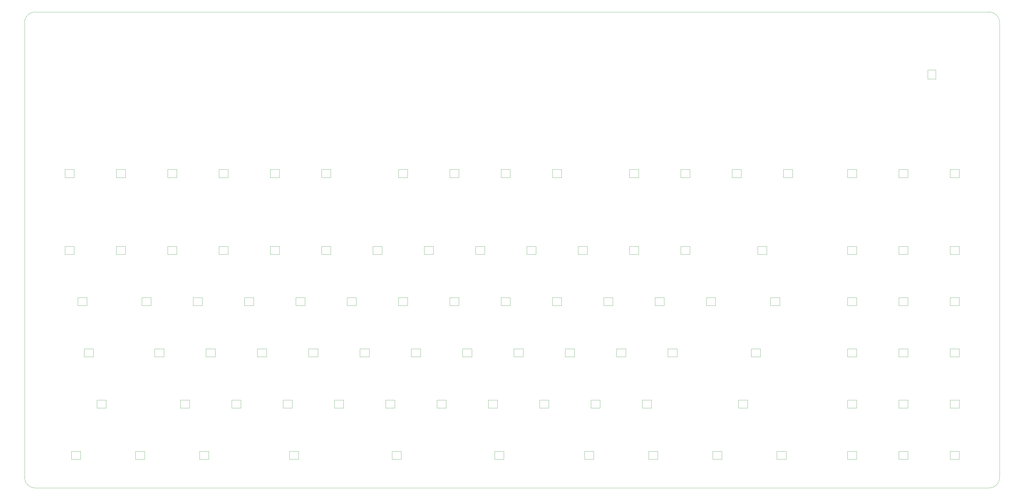
<source format=gm1>
G04 #@! TF.GenerationSoftware,KiCad,Pcbnew,(6.0.0)*
G04 #@! TF.CreationDate,2022-03-01T15:50:58-08:00*
G04 #@! TF.ProjectId,keyboard_exposed_diodes_standard_tkl,6b657962-6f61-4726-945f-6578706f7365,rev?*
G04 #@! TF.SameCoordinates,Original*
G04 #@! TF.FileFunction,Profile,NP*
%FSLAX46Y46*%
G04 Gerber Fmt 4.6, Leading zero omitted, Abs format (unit mm)*
G04 Created by KiCad (PCBNEW (6.0.0)) date 2022-03-01 15:50:58*
%MOMM*%
%LPD*%
G01*
G04 APERTURE LIST*
G04 #@! TA.AperFunction,Profile*
%ADD10C,0.100000*%
G04 #@! TD*
G04 #@! TA.AperFunction,Profile*
%ADD11C,0.010000*%
G04 #@! TD*
G04 APERTURE END LIST*
D10*
X472000000Y-209000000D02*
X472000000Y-339000000D01*
X468000000Y-343000000D02*
X114000000Y-343000000D01*
X110000000Y-339000000D02*
X110000000Y-209000000D01*
X110000000Y-170000000D02*
X110000000Y-205000000D01*
X468000000Y-343000000D02*
G75*
G03*
X472000000Y-339000000I0J4000000D01*
G01*
X114000000Y-166000000D02*
G75*
G03*
X110000000Y-170000000I0J-4000000D01*
G01*
X281750000Y-166000000D02*
X114000000Y-166000000D01*
X110000000Y-339000000D02*
G75*
G03*
X114000000Y-343000000I4000000J0D01*
G01*
X472000000Y-205000000D02*
X472000000Y-170000000D01*
X472000000Y-209000000D02*
X472000000Y-205000000D01*
X298250000Y-166000000D02*
X281750000Y-166000000D01*
X472000000Y-170000000D02*
G75*
G03*
X468000000Y-166000000I-4000000J0D01*
G01*
X298250000Y-166000000D02*
X468000000Y-166000000D01*
X110000000Y-209000000D02*
X110000000Y-205000000D01*
D11*
X147445000Y-256125000D02*
X144045000Y-256125000D01*
X144045000Y-256125000D02*
X144045000Y-253125000D01*
X144045000Y-253125000D02*
X147445000Y-253125000D01*
X147445000Y-253125000D02*
X147445000Y-256125000D01*
X166495000Y-256125000D02*
X163095000Y-256125000D01*
X163095000Y-256125000D02*
X163095000Y-253125000D01*
X163095000Y-253125000D02*
X166495000Y-253125000D01*
X166495000Y-253125000D02*
X166495000Y-256125000D01*
X185545000Y-256125000D02*
X182145000Y-256125000D01*
X182145000Y-256125000D02*
X182145000Y-253125000D01*
X182145000Y-253125000D02*
X185545000Y-253125000D01*
X185545000Y-253125000D02*
X185545000Y-256125000D01*
X204595000Y-256125000D02*
X201195000Y-256125000D01*
X201195000Y-256125000D02*
X201195000Y-253125000D01*
X201195000Y-253125000D02*
X204595000Y-253125000D01*
X204595000Y-253125000D02*
X204595000Y-256125000D01*
X223645000Y-256125000D02*
X220245000Y-256125000D01*
X220245000Y-256125000D02*
X220245000Y-253125000D01*
X220245000Y-253125000D02*
X223645000Y-253125000D01*
X223645000Y-253125000D02*
X223645000Y-256125000D01*
X242695000Y-256125000D02*
X239295000Y-256125000D01*
X239295000Y-256125000D02*
X239295000Y-253125000D01*
X239295000Y-253125000D02*
X242695000Y-253125000D01*
X242695000Y-253125000D02*
X242695000Y-256125000D01*
X261745000Y-256125000D02*
X258345000Y-256125000D01*
X258345000Y-256125000D02*
X258345000Y-253125000D01*
X258345000Y-253125000D02*
X261745000Y-253125000D01*
X261745000Y-253125000D02*
X261745000Y-256125000D01*
X280795000Y-256125000D02*
X277395000Y-256125000D01*
X277395000Y-256125000D02*
X277395000Y-253125000D01*
X277395000Y-253125000D02*
X280795000Y-253125000D01*
X280795000Y-253125000D02*
X280795000Y-256125000D01*
X299845000Y-256125000D02*
X296445000Y-256125000D01*
X296445000Y-256125000D02*
X296445000Y-253125000D01*
X296445000Y-253125000D02*
X299845000Y-253125000D01*
X299845000Y-253125000D02*
X299845000Y-256125000D01*
X161732500Y-294225000D02*
X158332500Y-294225000D01*
X158332500Y-294225000D02*
X158332500Y-291225000D01*
X158332500Y-291225000D02*
X161732500Y-291225000D01*
X161732500Y-291225000D02*
X161732500Y-294225000D01*
X247457500Y-313275000D02*
X244057500Y-313275000D01*
X244057500Y-313275000D02*
X244057500Y-310275000D01*
X244057500Y-310275000D02*
X247457500Y-310275000D01*
X247457500Y-310275000D02*
X247457500Y-313275000D01*
X385570000Y-256125000D02*
X382170000Y-256125000D01*
X382170000Y-256125000D02*
X382170000Y-253125000D01*
X382170000Y-253125000D02*
X385570000Y-253125000D01*
X385570000Y-253125000D02*
X385570000Y-256125000D01*
X390332500Y-275175000D02*
X386932500Y-275175000D01*
X386932500Y-275175000D02*
X386932500Y-272175000D01*
X386932500Y-272175000D02*
X390332500Y-272175000D01*
X390332500Y-272175000D02*
X390332500Y-275175000D01*
X209357500Y-313275000D02*
X205957500Y-313275000D01*
X205957500Y-313275000D02*
X205957500Y-310275000D01*
X205957500Y-310275000D02*
X209357500Y-310275000D01*
X209357500Y-310275000D02*
X209357500Y-313275000D01*
X199832500Y-294225000D02*
X196432500Y-294225000D01*
X196432500Y-294225000D02*
X196432500Y-291225000D01*
X196432500Y-291225000D02*
X199832500Y-291225000D01*
X199832500Y-291225000D02*
X199832500Y-294225000D01*
X337945000Y-256125000D02*
X334545000Y-256125000D01*
X334545000Y-256125000D02*
X334545000Y-253125000D01*
X334545000Y-253125000D02*
X337945000Y-253125000D01*
X337945000Y-253125000D02*
X337945000Y-256125000D01*
X418907500Y-275175000D02*
X415507500Y-275175000D01*
X415507500Y-275175000D02*
X415507500Y-272175000D01*
X415507500Y-272175000D02*
X418907500Y-272175000D01*
X418907500Y-272175000D02*
X418907500Y-275175000D01*
X437957500Y-332325000D02*
X434557500Y-332325000D01*
X434557500Y-332325000D02*
X434557500Y-329325000D01*
X434557500Y-329325000D02*
X437957500Y-329325000D01*
X437957500Y-329325000D02*
X437957500Y-332325000D01*
X195070000Y-275175000D02*
X191670000Y-275175000D01*
X191670000Y-275175000D02*
X191670000Y-272175000D01*
X191670000Y-272175000D02*
X195070000Y-272175000D01*
X195070000Y-272175000D02*
X195070000Y-275175000D01*
X437957500Y-275175000D02*
X434557500Y-275175000D01*
X434557500Y-275175000D02*
X434557500Y-272175000D01*
X434557500Y-272175000D02*
X437957500Y-272175000D01*
X437957500Y-272175000D02*
X437957500Y-275175000D01*
X383188750Y-294225000D02*
X379788750Y-294225000D01*
X379788750Y-294225000D02*
X379788750Y-291225000D01*
X379788750Y-291225000D02*
X383188750Y-291225000D01*
X383188750Y-291225000D02*
X383188750Y-294225000D01*
X356995000Y-256125000D02*
X353595000Y-256125000D01*
X353595000Y-256125000D02*
X353595000Y-253125000D01*
X353595000Y-253125000D02*
X356995000Y-253125000D01*
X356995000Y-253125000D02*
X356995000Y-256125000D01*
X147445000Y-227550000D02*
X144045000Y-227550000D01*
X144045000Y-227550000D02*
X144045000Y-224550000D01*
X144045000Y-224550000D02*
X147445000Y-224550000D01*
X147445000Y-224550000D02*
X147445000Y-227550000D01*
X211738750Y-332325000D02*
X208338750Y-332325000D01*
X208338750Y-332325000D02*
X208338750Y-329325000D01*
X208338750Y-329325000D02*
X211738750Y-329325000D01*
X211738750Y-329325000D02*
X211738750Y-332325000D01*
X287938750Y-332325000D02*
X284538750Y-332325000D01*
X284538750Y-332325000D02*
X284538750Y-329325000D01*
X284538750Y-329325000D02*
X287938750Y-329325000D01*
X287938750Y-329325000D02*
X287938750Y-332325000D01*
X418907500Y-294225000D02*
X415507500Y-294225000D01*
X415507500Y-294225000D02*
X415507500Y-291225000D01*
X415507500Y-291225000D02*
X418907500Y-291225000D01*
X418907500Y-291225000D02*
X418907500Y-294225000D01*
X418907500Y-313275000D02*
X415507500Y-313275000D01*
X415507500Y-313275000D02*
X415507500Y-310275000D01*
X415507500Y-310275000D02*
X418907500Y-310275000D01*
X418907500Y-310275000D02*
X418907500Y-313275000D01*
X437957500Y-294225000D02*
X434557500Y-294225000D01*
X434557500Y-294225000D02*
X434557500Y-291225000D01*
X434557500Y-291225000D02*
X437957500Y-291225000D01*
X437957500Y-291225000D02*
X437957500Y-294225000D01*
X457007500Y-294225000D02*
X453607500Y-294225000D01*
X453607500Y-294225000D02*
X453607500Y-291225000D01*
X453607500Y-291225000D02*
X457007500Y-291225000D01*
X457007500Y-291225000D02*
X457007500Y-294225000D01*
X457007500Y-313275000D02*
X453607500Y-313275000D01*
X453607500Y-313275000D02*
X453607500Y-310275000D01*
X453607500Y-310275000D02*
X457007500Y-310275000D01*
X457007500Y-310275000D02*
X457007500Y-313275000D01*
X166495000Y-227550000D02*
X163095000Y-227550000D01*
X163095000Y-227550000D02*
X163095000Y-224550000D01*
X163095000Y-224550000D02*
X166495000Y-224550000D01*
X166495000Y-224550000D02*
X166495000Y-227550000D01*
X185545000Y-227550000D02*
X182145000Y-227550000D01*
X182145000Y-227550000D02*
X182145000Y-224550000D01*
X182145000Y-224550000D02*
X185545000Y-224550000D01*
X185545000Y-224550000D02*
X185545000Y-227550000D01*
X204595000Y-227550000D02*
X201195000Y-227550000D01*
X201195000Y-227550000D02*
X201195000Y-224550000D01*
X201195000Y-224550000D02*
X204595000Y-224550000D01*
X204595000Y-224550000D02*
X204595000Y-227550000D01*
X252220000Y-227550000D02*
X248820000Y-227550000D01*
X248820000Y-227550000D02*
X248820000Y-224550000D01*
X248820000Y-224550000D02*
X252220000Y-224550000D01*
X252220000Y-224550000D02*
X252220000Y-227550000D01*
X290320000Y-227550000D02*
X286920000Y-227550000D01*
X286920000Y-227550000D02*
X286920000Y-224550000D01*
X286920000Y-224550000D02*
X290320000Y-224550000D01*
X290320000Y-224550000D02*
X290320000Y-227550000D01*
X309370000Y-227550000D02*
X305970000Y-227550000D01*
X305970000Y-227550000D02*
X305970000Y-224550000D01*
X305970000Y-224550000D02*
X309370000Y-224550000D01*
X309370000Y-224550000D02*
X309370000Y-227550000D01*
X376045000Y-227550000D02*
X372645000Y-227550000D01*
X372645000Y-227550000D02*
X372645000Y-224550000D01*
X372645000Y-224550000D02*
X376045000Y-224550000D01*
X376045000Y-224550000D02*
X376045000Y-227550000D01*
X218882500Y-294225000D02*
X215482500Y-294225000D01*
X215482500Y-294225000D02*
X215482500Y-291225000D01*
X215482500Y-291225000D02*
X218882500Y-291225000D01*
X218882500Y-291225000D02*
X218882500Y-294225000D01*
X342707500Y-313275000D02*
X339307500Y-313275000D01*
X339307500Y-313275000D02*
X339307500Y-310275000D01*
X339307500Y-310275000D02*
X342707500Y-310275000D01*
X342707500Y-310275000D02*
X342707500Y-313275000D01*
X237932500Y-294225000D02*
X234532500Y-294225000D01*
X234532500Y-294225000D02*
X234532500Y-291225000D01*
X234532500Y-291225000D02*
X237932500Y-291225000D01*
X237932500Y-291225000D02*
X237932500Y-294225000D01*
X256982500Y-294225000D02*
X253582500Y-294225000D01*
X253582500Y-294225000D02*
X253582500Y-291225000D01*
X253582500Y-291225000D02*
X256982500Y-291225000D01*
X256982500Y-291225000D02*
X256982500Y-294225000D01*
X437957500Y-256125000D02*
X434557500Y-256125000D01*
X434557500Y-256125000D02*
X434557500Y-253125000D01*
X434557500Y-253125000D02*
X437957500Y-253125000D01*
X437957500Y-253125000D02*
X437957500Y-256125000D01*
X290320000Y-275175000D02*
X286920000Y-275175000D01*
X286920000Y-275175000D02*
X286920000Y-272175000D01*
X286920000Y-272175000D02*
X290320000Y-272175000D01*
X290320000Y-272175000D02*
X290320000Y-275175000D01*
X418907500Y-256125000D02*
X415507500Y-256125000D01*
X415507500Y-256125000D02*
X415507500Y-253125000D01*
X415507500Y-253125000D02*
X418907500Y-253125000D01*
X418907500Y-253125000D02*
X418907500Y-256125000D01*
X295082500Y-294225000D02*
X291682500Y-294225000D01*
X291682500Y-294225000D02*
X291682500Y-291225000D01*
X291682500Y-291225000D02*
X295082500Y-291225000D01*
X295082500Y-291225000D02*
X295082500Y-294225000D01*
X314132500Y-294225000D02*
X310732500Y-294225000D01*
X310732500Y-294225000D02*
X310732500Y-291225000D01*
X310732500Y-291225000D02*
X314132500Y-291225000D01*
X314132500Y-291225000D02*
X314132500Y-294225000D01*
X178401250Y-332325000D02*
X175001250Y-332325000D01*
X175001250Y-332325000D02*
X175001250Y-329325000D01*
X175001250Y-329325000D02*
X178401250Y-329325000D01*
X178401250Y-329325000D02*
X178401250Y-332325000D01*
X418907500Y-332325000D02*
X415507500Y-332325000D01*
X415507500Y-332325000D02*
X415507500Y-329325000D01*
X415507500Y-329325000D02*
X418907500Y-329325000D01*
X418907500Y-329325000D02*
X418907500Y-332325000D01*
X154588750Y-332325000D02*
X151188750Y-332325000D01*
X151188750Y-332325000D02*
X151188750Y-329325000D01*
X151188750Y-329325000D02*
X154588750Y-329325000D01*
X154588750Y-329325000D02*
X154588750Y-332325000D01*
X285557500Y-313275000D02*
X282157500Y-313275000D01*
X282157500Y-313275000D02*
X282157500Y-310275000D01*
X282157500Y-310275000D02*
X285557500Y-310275000D01*
X285557500Y-310275000D02*
X285557500Y-313275000D01*
X368901250Y-332325000D02*
X365501250Y-332325000D01*
X365501250Y-332325000D02*
X365501250Y-329325000D01*
X365501250Y-329325000D02*
X368901250Y-329325000D01*
X368901250Y-329325000D02*
X368901250Y-332325000D01*
X266507500Y-313275000D02*
X263107500Y-313275000D01*
X263107500Y-313275000D02*
X263107500Y-310275000D01*
X263107500Y-310275000D02*
X266507500Y-310275000D01*
X266507500Y-310275000D02*
X266507500Y-313275000D01*
X309370000Y-275175000D02*
X305970000Y-275175000D01*
X305970000Y-275175000D02*
X305970000Y-272175000D01*
X305970000Y-272175000D02*
X309370000Y-272175000D01*
X309370000Y-272175000D02*
X309370000Y-275175000D01*
X457007500Y-227550000D02*
X453607500Y-227550000D01*
X453607500Y-227550000D02*
X453607500Y-224550000D01*
X453607500Y-224550000D02*
X457007500Y-224550000D01*
X457007500Y-224550000D02*
X457007500Y-227550000D01*
X457007500Y-275175000D02*
X453607500Y-275175000D01*
X453607500Y-275175000D02*
X453607500Y-272175000D01*
X453607500Y-272175000D02*
X457007500Y-272175000D01*
X457007500Y-272175000D02*
X457007500Y-275175000D01*
X457007500Y-256125000D02*
X453607500Y-256125000D01*
X453607500Y-256125000D02*
X453607500Y-253125000D01*
X453607500Y-253125000D02*
X457007500Y-253125000D01*
X457007500Y-253125000D02*
X457007500Y-256125000D01*
X418907500Y-227550000D02*
X415507500Y-227550000D01*
X415507500Y-227550000D02*
X415507500Y-224550000D01*
X415507500Y-224550000D02*
X418907500Y-224550000D01*
X418907500Y-224550000D02*
X418907500Y-227550000D01*
X156970000Y-275175000D02*
X153570000Y-275175000D01*
X153570000Y-275175000D02*
X153570000Y-272175000D01*
X153570000Y-272175000D02*
X156970000Y-272175000D01*
X156970000Y-272175000D02*
X156970000Y-275175000D01*
X352232500Y-294225000D02*
X348832500Y-294225000D01*
X348832500Y-294225000D02*
X348832500Y-291225000D01*
X348832500Y-291225000D02*
X352232500Y-291225000D01*
X352232500Y-291225000D02*
X352232500Y-294225000D01*
X214120000Y-275175000D02*
X210720000Y-275175000D01*
X210720000Y-275175000D02*
X210720000Y-272175000D01*
X210720000Y-272175000D02*
X214120000Y-272175000D01*
X214120000Y-272175000D02*
X214120000Y-275175000D01*
X366520000Y-275175000D02*
X363120000Y-275175000D01*
X363120000Y-275175000D02*
X363120000Y-272175000D01*
X363120000Y-272175000D02*
X366520000Y-272175000D01*
X366520000Y-272175000D02*
X366520000Y-275175000D01*
X457007500Y-332325000D02*
X453607500Y-332325000D01*
X453607500Y-332325000D02*
X453607500Y-329325000D01*
X453607500Y-329325000D02*
X457007500Y-329325000D01*
X457007500Y-329325000D02*
X457007500Y-332325000D01*
X378426250Y-313275000D02*
X375026250Y-313275000D01*
X375026250Y-313275000D02*
X375026250Y-310275000D01*
X375026250Y-310275000D02*
X378426250Y-310275000D01*
X378426250Y-310275000D02*
X378426250Y-313275000D01*
X180782500Y-294225000D02*
X177382500Y-294225000D01*
X177382500Y-294225000D02*
X177382500Y-291225000D01*
X177382500Y-291225000D02*
X180782500Y-291225000D01*
X180782500Y-291225000D02*
X180782500Y-294225000D01*
X437957500Y-227550000D02*
X434557500Y-227550000D01*
X434557500Y-227550000D02*
X434557500Y-224550000D01*
X434557500Y-224550000D02*
X437957500Y-224550000D01*
X437957500Y-224550000D02*
X437957500Y-227550000D01*
X249838750Y-332325000D02*
X246438750Y-332325000D01*
X246438750Y-332325000D02*
X246438750Y-329325000D01*
X246438750Y-329325000D02*
X249838750Y-329325000D01*
X249838750Y-329325000D02*
X249838750Y-332325000D01*
X233170000Y-275175000D02*
X229770000Y-275175000D01*
X229770000Y-275175000D02*
X229770000Y-272175000D01*
X229770000Y-272175000D02*
X233170000Y-272175000D01*
X233170000Y-272175000D02*
X233170000Y-275175000D01*
X271270000Y-275175000D02*
X267870000Y-275175000D01*
X267870000Y-275175000D02*
X267870000Y-272175000D01*
X267870000Y-272175000D02*
X271270000Y-272175000D01*
X271270000Y-272175000D02*
X271270000Y-275175000D01*
X437957500Y-313275000D02*
X434557500Y-313275000D01*
X434557500Y-313275000D02*
X434557500Y-310275000D01*
X434557500Y-310275000D02*
X437957500Y-310275000D01*
X437957500Y-310275000D02*
X437957500Y-313275000D01*
X176020000Y-275175000D02*
X172620000Y-275175000D01*
X172620000Y-275175000D02*
X172620000Y-272175000D01*
X172620000Y-272175000D02*
X176020000Y-272175000D01*
X176020000Y-272175000D02*
X176020000Y-275175000D01*
X190307500Y-313275000D02*
X186907500Y-313275000D01*
X186907500Y-313275000D02*
X186907500Y-310275000D01*
X186907500Y-310275000D02*
X190307500Y-310275000D01*
X190307500Y-310275000D02*
X190307500Y-313275000D01*
X252220000Y-275175000D02*
X248820000Y-275175000D01*
X248820000Y-275175000D02*
X248820000Y-272175000D01*
X248820000Y-272175000D02*
X252220000Y-272175000D01*
X252220000Y-272175000D02*
X252220000Y-275175000D01*
X276032500Y-294225000D02*
X272632500Y-294225000D01*
X272632500Y-294225000D02*
X272632500Y-291225000D01*
X272632500Y-291225000D02*
X276032500Y-291225000D01*
X276032500Y-291225000D02*
X276032500Y-294225000D01*
X347470000Y-275175000D02*
X344070000Y-275175000D01*
X344070000Y-275175000D02*
X344070000Y-272175000D01*
X344070000Y-272175000D02*
X347470000Y-272175000D01*
X347470000Y-272175000D02*
X347470000Y-275175000D01*
X356995000Y-227550000D02*
X353595000Y-227550000D01*
X353595000Y-227550000D02*
X353595000Y-224550000D01*
X353595000Y-224550000D02*
X356995000Y-224550000D01*
X356995000Y-224550000D02*
X356995000Y-227550000D01*
X223645000Y-227550000D02*
X220245000Y-227550000D01*
X220245000Y-227550000D02*
X220245000Y-224550000D01*
X220245000Y-224550000D02*
X223645000Y-224550000D01*
X223645000Y-224550000D02*
X223645000Y-227550000D01*
X271270000Y-227550000D02*
X267870000Y-227550000D01*
X267870000Y-227550000D02*
X267870000Y-224550000D01*
X267870000Y-224550000D02*
X271270000Y-224550000D01*
X271270000Y-224550000D02*
X271270000Y-227550000D01*
X321276250Y-332325000D02*
X317876250Y-332325000D01*
X317876250Y-332325000D02*
X317876250Y-329325000D01*
X317876250Y-329325000D02*
X321276250Y-329325000D01*
X321276250Y-329325000D02*
X321276250Y-332325000D01*
X304607500Y-313275000D02*
X301207500Y-313275000D01*
X301207500Y-313275000D02*
X301207500Y-310275000D01*
X301207500Y-310275000D02*
X304607500Y-310275000D01*
X304607500Y-310275000D02*
X304607500Y-313275000D01*
X133157500Y-275175000D02*
X129757500Y-275175000D01*
X129757500Y-275175000D02*
X129757500Y-272175000D01*
X129757500Y-272175000D02*
X133157500Y-272175000D01*
X133157500Y-272175000D02*
X133157500Y-275175000D01*
X140301250Y-313275000D02*
X136901250Y-313275000D01*
X136901250Y-313275000D02*
X136901250Y-310275000D01*
X136901250Y-310275000D02*
X140301250Y-310275000D01*
X140301250Y-310275000D02*
X140301250Y-313275000D01*
X130776250Y-332325000D02*
X127376250Y-332325000D01*
X127376250Y-332325000D02*
X127376250Y-329325000D01*
X127376250Y-329325000D02*
X130776250Y-329325000D01*
X130776250Y-329325000D02*
X130776250Y-332325000D01*
X128395000Y-227550000D02*
X124995000Y-227550000D01*
X124995000Y-227550000D02*
X124995000Y-224550000D01*
X124995000Y-224550000D02*
X128395000Y-224550000D01*
X128395000Y-224550000D02*
X128395000Y-227550000D01*
X135538750Y-294225000D02*
X132138750Y-294225000D01*
X132138750Y-294225000D02*
X132138750Y-291225000D01*
X132138750Y-291225000D02*
X135538750Y-291225000D01*
X135538750Y-291225000D02*
X135538750Y-294225000D01*
X128395000Y-256125000D02*
X124995000Y-256125000D01*
X124995000Y-256125000D02*
X124995000Y-253125000D01*
X124995000Y-253125000D02*
X128395000Y-253125000D01*
X128395000Y-253125000D02*
X128395000Y-256125000D01*
X228407500Y-313275000D02*
X225007500Y-313275000D01*
X225007500Y-313275000D02*
X225007500Y-310275000D01*
X225007500Y-310275000D02*
X228407500Y-310275000D01*
X228407500Y-310275000D02*
X228407500Y-313275000D01*
X333182500Y-294225000D02*
X329782500Y-294225000D01*
X329782500Y-294225000D02*
X329782500Y-291225000D01*
X329782500Y-291225000D02*
X333182500Y-291225000D01*
X333182500Y-291225000D02*
X333182500Y-294225000D01*
X345088750Y-332325000D02*
X341688750Y-332325000D01*
X341688750Y-332325000D02*
X341688750Y-329325000D01*
X341688750Y-329325000D02*
X345088750Y-329325000D01*
X345088750Y-329325000D02*
X345088750Y-332325000D01*
X328420000Y-275175000D02*
X325020000Y-275175000D01*
X325020000Y-275175000D02*
X325020000Y-272175000D01*
X325020000Y-272175000D02*
X328420000Y-272175000D01*
X328420000Y-272175000D02*
X328420000Y-275175000D01*
X337945000Y-227550000D02*
X334545000Y-227550000D01*
X334545000Y-227550000D02*
X334545000Y-224550000D01*
X334545000Y-224550000D02*
X337945000Y-224550000D01*
X337945000Y-224550000D02*
X337945000Y-227550000D01*
X392713750Y-332325000D02*
X389313750Y-332325000D01*
X389313750Y-332325000D02*
X389313750Y-329325000D01*
X389313750Y-329325000D02*
X392713750Y-329325000D01*
X392713750Y-329325000D02*
X392713750Y-332325000D01*
X323657500Y-313275000D02*
X320257500Y-313275000D01*
X320257500Y-313275000D02*
X320257500Y-310275000D01*
X320257500Y-310275000D02*
X323657500Y-310275000D01*
X323657500Y-310275000D02*
X323657500Y-313275000D01*
X318895000Y-256125000D02*
X315495000Y-256125000D01*
X315495000Y-256125000D02*
X315495000Y-253125000D01*
X315495000Y-253125000D02*
X318895000Y-253125000D01*
X318895000Y-253125000D02*
X318895000Y-256125000D01*
X395095000Y-227550000D02*
X391695000Y-227550000D01*
X391695000Y-227550000D02*
X391695000Y-224550000D01*
X391695000Y-224550000D02*
X395095000Y-224550000D01*
X395095000Y-224550000D02*
X395095000Y-227550000D01*
X171257500Y-313275000D02*
X167857500Y-313275000D01*
X167857500Y-313275000D02*
X167857500Y-310275000D01*
X167857500Y-310275000D02*
X171257500Y-310275000D01*
X171257500Y-310275000D02*
X171257500Y-313275000D01*
X445292000Y-190942000D02*
X445292000Y-187542000D01*
X445292000Y-187542000D02*
X448292000Y-187542000D01*
X448292000Y-187542000D02*
X448292000Y-190942000D01*
X448292000Y-190942000D02*
X445292000Y-190942000D01*
M02*

</source>
